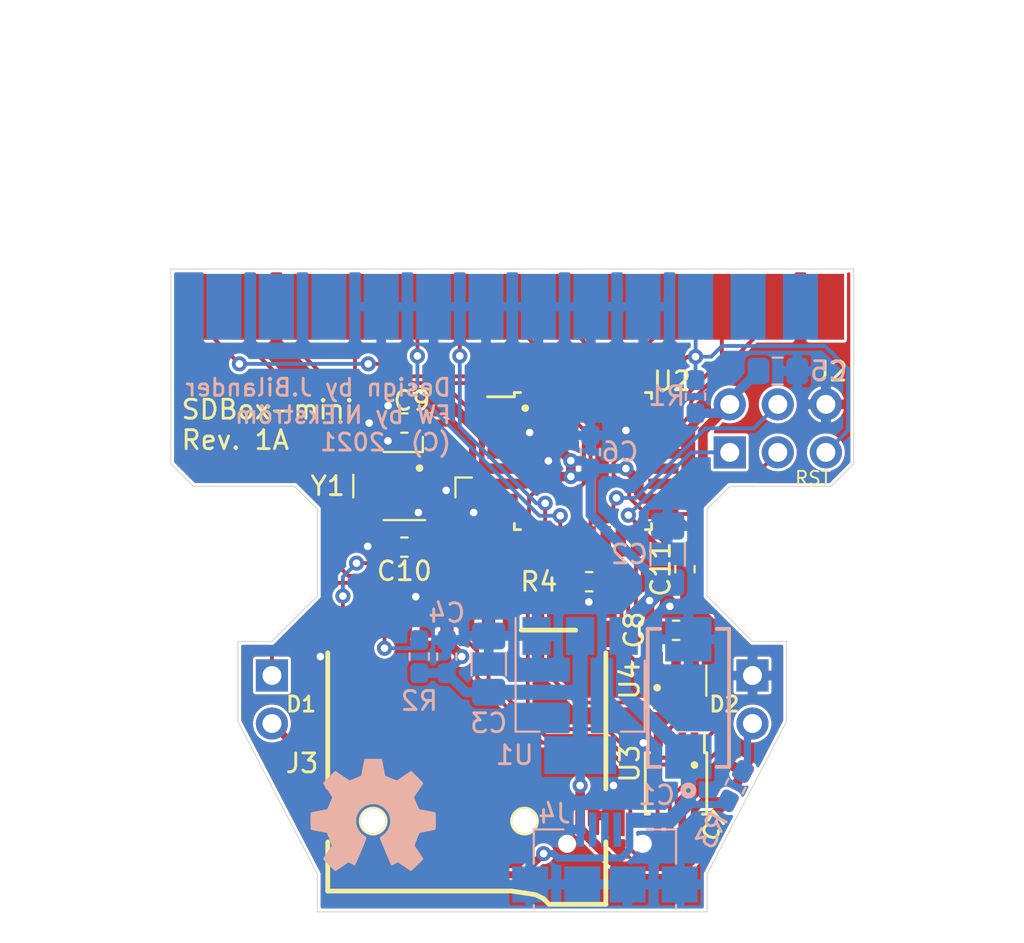
<source format=kicad_pcb>
(kicad_pcb (version 20171130) (host pcbnew "(5.1.6-0)")
  (layers (0 F.Cu signal) (31 B.Cu signal) (34 B.Paste user) (35 F.Paste user) (36 B.SilkS user) (37 F.SilkS user) (38 B.Mask user) (39 F.Mask user) (44 Edge.Cuts user))
  (net 0 "")
  (net 1 GND)
  (net 2 VCC)
  (net 3 RESET)
  (net 4 SELECT)
  (net 5 POUT)
  (net 6 BUSY)
  (net 7 D7)
  (net 8 D6)
  (net 9 D5)
  (net 10 D4)
  (net 11 D3)
  (net 12 D2)
  (net 13 D1)
  (net 14 D0)
  (net 15 /AREF)
  (net 16 /XTAL1)
  (net 17 /XTAL2)
  (net 18 SCK)
  (net 19 MISO)
  (net 20 MOSI)
  (net 21 3V3)
  (net 22 MOSI_3V3)
  (net 23 SCK_3V3)
  (net 24 MISO_3V3)
  (net 25 CS)
  (net 26 ACK)
  (net 27 SS)
  (net 28 CP)
  (net 29 "Net-(D2-Pad2)")
  (net 30 "Net-(J1-Pad25)")
  (net 31 "Net-(J1-Pad24)")
  (net 32 "Net-(J1-Pad23)")
  (net 33 "Net-(J1-Pad15)")
  (net 34 "Net-(J1-Pad14)")
  (net 35 "Net-(J1-Pad1)")
  (net 36 "Net-(J3-Pad8)")
  (net 37 "Net-(J3-Pad1)")
  (net 38 "Net-(J4-Pad4)")
  (net 39 "Net-(J4-Pad3)")
  (net 40 "Net-(J4-Pad2)")
  (net 41 "Net-(U4-Pad4)")
  (net 42 "Net-(D1-Pad1)")
  (net 43 "Net-(U2-Pad31)")
  (net 44 "Net-(U2-Pad30)")
  (net 45 "Net-(U2-Pad22)")
  (net 46 "Net-(U2-Pad19)")
  (net 47 "Net-(U2-Pad12)")
  (module Capacitor_SMD:C_0805_2012Metric_Pad1.15x1.40mm_HandSolder (layer B.Cu) (at 120.54 55.4 180)
    (fp_text reference C5 (at -2.69 0) (layer B.SilkS) (effects (justify mirror)))
    (fp_text value 1-10uF hide)
    (pad 2 smd roundrect (at 1.025 0 180) (size 1.15 1.4) (layers B.Cu B.Paste B.Mask) (roundrect_rratio 0.217391) (net 2 VCC))
    (pad 1 smd roundrect (at -1.025 0 180) (size 1.15 1.4) (layers B.Cu B.Paste B.Mask) (roundrect_rratio 0.217391) (net 1 GND))
  )
  (module Package_SO:TSSOP-8_3x3mm_P0.65mm (layer F.Cu) (at 115.16 77.21 270)
    (fp_text reference U3 (at -1.05 2.45 90) (layer F.SilkS))
    (fp_text value 74LVC3G17 hide)
    (pad 8 smd rect (at 2.15 -0.975 270) (size 1.1 0.4) (layers F.Cu F.Paste F.Mask) (net 21 3V3))
    (pad 7 smd rect (at 2.15 -0.325 270) (size 1.1 0.4) (layers F.Cu F.Paste F.Mask) (net 22 MOSI_3V3))
    (pad 6 smd rect (at 2.15 0.325 270) (size 1.1 0.4) (layers F.Cu F.Paste F.Mask) (net 18 SCK))
    (pad 5 smd rect (at 2.15 0.975 270) (size 1.1 0.4) (layers F.Cu F.Paste F.Mask) (net 25 CS))
    (pad 4 smd rect (at -2.15 0.975 270) (size 1.1 0.4) (layers F.Cu F.Paste F.Mask) (net 1 GND))
    (pad 3 smd rect (at -2.15 0.325 270) (size 1.1 0.4) (layers F.Cu F.Paste F.Mask) (net 27 SS))
    (pad 2 smd rect (at -2.15 -0.325 270) (size 1.1 0.4) (layers F.Cu F.Paste F.Mask) (net 23 SCK_3V3))
    (pad 1 smd rect (at -2.15 -0.975 270) (size 1.1 0.4) (layers F.Cu F.Paste F.Mask) (net 20 MOSI))
  )
  (module SDBox-mini:CAPMP7343X430N (layer B.Cu) (at 115.8106 72.6834 90)
    (fp_text reference C1 (at -5.1466 -1.6806 180) (layer B.SilkS) (effects (justify mirror)))
    (fp_text value T491D227K010AT hide)
    (pad 1 smd rect (at -3.1 0 90) (size 2.35 2.45) (layers B.Cu B.Paste B.Mask) (net 2 VCC))
    (pad 2 smd rect (at 3.1 0 90) (size 2.35 2.45) (layers B.Cu B.Paste B.Mask) (net 1 GND))
  )
  (module Connector_PinHeader_2.54mm:PinHeader_2x03_P2.54mm_Vertical (layer F.Cu) (at 118 59.7 90)
    (fp_text reference J2 (at 4.28 5.37) (layer F.SilkS))
    (fp_text value Conn_02x03_Odd_Even hide)
    (pad 6 thru_hole oval (at 2.54 5.08 90) (size 1.7 1.7) (drill 1) (layers *.Cu *.Mask) (net 1 GND))
    (pad 5 thru_hole oval (at 0 5.08 90) (size 1.7 1.7) (drill 1) (layers *.Cu *.Mask) (net 3 RESET))
    (pad 4 thru_hole oval (at 2.54 2.54 90) (size 1.7 1.7) (drill 1) (layers *.Cu *.Mask) (net 20 MOSI))
    (pad 3 thru_hole oval (at 0 2.54 90) (size 1.7 1.7) (drill 1) (layers *.Cu *.Mask) (net 18 SCK))
    (pad 2 thru_hole oval (at 2.54 0 90) (size 1.7 1.7) (drill 1) (layers *.Cu *.Mask) (net 2 VCC))
    (pad 1 thru_hole rect (at 0 0 90) (size 1.7 1.7) (drill 1) (layers *.Cu *.Mask) (net 19 MISO))
  )
  (module SDBox-mini:Crystal_EuroQuartz_SMD_4Pin_5.0x3.2mm (layer F.Cu) (at 100.8 61.48 180)
    (fp_text reference Y1 (at 4.05 0) (layer F.SilkS))
    (fp_text value Crystal_GND24_Small hide)
    (pad 1 smd rect (at -2.2 1.4 180) (size 1.9 1.3) (layers F.Cu F.Paste F.Mask) (net 16 /XTAL1))
    (pad 2 smd rect (at 2.2 1.4 180) (size 1.9 1.3) (layers F.Cu F.Paste F.Mask) (net 1 GND))
    (pad 3 smd rect (at 2.2 -1.4 180) (size 1.9 1.3) (layers F.Cu F.Paste F.Mask) (net 17 /XTAL2))
    (pad 4 smd rect (at -2.2 -1.4 180) (size 1.9 1.3) (layers F.Cu F.Paste F.Mask) (net 1 GND))
  )
  (module Symbol:OSHW-Symbol_6.7x6mm_SilkScreen (layer B.Cu) (at 99.16 78.89 180)
    (fp_text reference REF** hide)
    (fp_text value OSHW-Symbol_6.7x6mm_SilkScreen hide)
  )
  (module SDBox-mini:USB_Micro-B_Unknown_5s_SMT (layer B.Cu) (at 111.4 80.25 180)
    (fp_text reference J4 (at 2.67 1.45) (layer B.SilkS) (effects (justify mirror)))
    (fp_text value USB_B_Micro hide)
    (pad 6 smd rect (at -1.2 -2.3 180) (size 1.9 1.9) (layers B.Cu B.Paste B.Mask) (net 1 GND))
    (pad 6 smd rect (at 1.2 -2.3 180) (size 1.9 1.9) (layers B.Cu B.Paste B.Mask) (net 1 GND))
    (pad 6 smd rect (at 3.95 -2.3 180) (size 1.9 1.9) (layers B.Cu B.Paste B.Mask) (net 1 GND))
    (pad 6 smd rect (at -3.95 -2.3 180) (size 1.9 1.9) (layers B.Cu B.Paste B.Mask) (net 1 GND))
    (pad "" np_thru_hole circle (at 2 -0.15 180) (size 0.65 0.65) (drill 0.65) (layers *.Cu *.Mask))
    (pad "" np_thru_hole circle (at -2 -0.15 180) (size 0.65 0.65) (drill 0.65) (layers *.Cu *.Mask))
    (pad 5 smd rect (at 1.3 0.6 180) (size 0.4 1.8) (layers B.Cu B.Paste B.Mask) (net 1 GND))
    (pad 4 smd rect (at 0.65 0.6 180) (size 0.4 1.8) (layers B.Cu B.Paste B.Mask) (net 38 "Net-(J4-Pad4)"))
    (pad 3 smd rect (at 0 0.6 180) (size 0.4 1.8) (layers B.Cu B.Paste B.Mask) (net 39 "Net-(J4-Pad3)"))
    (pad 1 smd rect (at -1.3 0.6 180) (size 0.4 1.8) (layers B.Cu B.Paste B.Mask) (net 2 VCC))
    (pad 2 smd rect (at -0.65 0.6 180) (size 0.4 1.8) (layers B.Cu B.Paste B.Mask) (net 40 "Net-(J4-Pad2)"))
  )
  (module SDBox-mini:GCT-MEM2055-00-190-01-A (layer F.Cu) (at 104.1 67.9 180)
    (fp_text reference J3 (at 8.71 -8.24 180) (layer F.SilkS))
    (fp_text value Micro_SD_Card)
    (pad "" np_thru_hole circle (at -3.05 -11.3) (size 1 1) (drill 1) (layers *.Cu *.Mask))
    (pad "" np_thru_hole circle (at 4.95 -11.3) (size 1 1) (drill 1) (layers *.Cu *.Mask))
    (pad 9 smd rect (at 6.55 -0.8 180) (size 0.7 1.6) (layers F.Cu F.Paste F.Mask) (net 28 CP))
    (pad 10 smd rect (at 7.75 -10.9) (size 1.2 2.2) (layers F.Cu F.Paste F.Mask) (net 1 GND))
    (pad 10 smd rect (at -7.75 -11) (size 1.2 2.2) (layers F.Cu F.Paste F.Mask) (net 1 GND))
    (pad 10 smd rect (at -6.85 -1.4 180) (size 1.6 1.4) (layers F.Cu F.Paste F.Mask) (net 1 GND))
    (pad 10 smd rect (at 7.75 -1.4 180) (size 1.2 1.4) (layers F.Cu F.Paste F.Mask) (net 1 GND))
    (pad 1 smd rect (at -2.25 -0.8 180) (size 0.7 1.6) (layers F.Cu F.Paste F.Mask) (net 37 "Net-(J3-Pad1)"))
    (pad 2 smd rect (at -1.15 -0.8 180) (size 0.7 1.6) (layers F.Cu F.Paste F.Mask) (net 25 CS))
    (pad 3 smd rect (at -0.05 -0.8 180) (size 0.7 1.6) (layers F.Cu F.Paste F.Mask) (net 22 MOSI_3V3))
    (pad 4 smd rect (at 1.05 -0.8 180) (size 0.7 1.6) (layers F.Cu F.Paste F.Mask) (net 21 3V3))
    (pad 5 smd rect (at 2.15 -0.8 180) (size 0.7 1.6) (layers F.Cu F.Paste F.Mask) (net 23 SCK_3V3))
    (pad 6 smd rect (at 3.25 -0.8 180) (size 0.7 1.6) (layers F.Cu F.Paste F.Mask) (net 1 GND))
    (pad 7 smd rect (at 4.35 -0.8 180) (size 0.7 1.6) (layers F.Cu F.Paste F.Mask) (net 24 MISO_3V3))
    (pad 8 smd rect (at 5.45 -0.8 180) (size 0.7 1.6) (layers F.Cu F.Paste F.Mask) (net 36 "Net-(J3-Pad8)"))
  )
  (module Package_QFP:TQFP-32_7x7mm_P0.8mm (layer F.Cu) (at 110.24 60.16)
    (fp_text reference U2 (at 4.7 -4.23) (layer F.SilkS))
    (fp_text value ATmega328P-AU hide)
    (pad 32 smd rect (at -2.8 -4.25 90) (size 1.6 0.55) (layers F.Cu F.Paste F.Mask) (net 4 SELECT))
    (pad 31 smd rect (at -2 -4.25 90) (size 1.6 0.55) (layers F.Cu F.Paste F.Mask) (net 43 "Net-(U2-Pad31)"))
    (pad 30 smd rect (at -1.2 -4.25 90) (size 1.6 0.55) (layers F.Cu F.Paste F.Mask) (net 44 "Net-(U2-Pad30)"))
    (pad 29 smd rect (at -0.4 -4.25 90) (size 1.6 0.55) (layers F.Cu F.Paste F.Mask) (net 3 RESET))
    (pad 28 smd rect (at 0.4 -4.25 90) (size 1.6 0.55) (layers F.Cu F.Paste F.Mask) (net 9 D5))
    (pad 27 smd rect (at 1.2 -4.25 90) (size 1.6 0.55) (layers F.Cu F.Paste F.Mask) (net 10 D4))
    (pad 26 smd rect (at 2 -4.25 90) (size 1.6 0.55) (layers F.Cu F.Paste F.Mask) (net 11 D3))
    (pad 25 smd rect (at 2.8 -4.25 90) (size 1.6 0.55) (layers F.Cu F.Paste F.Mask) (net 12 D2))
    (pad 24 smd rect (at 4.25 -2.8) (size 1.6 0.55) (layers F.Cu F.Paste F.Mask) (net 13 D1))
    (pad 23 smd rect (at 4.25 -2) (size 1.6 0.55) (layers F.Cu F.Paste F.Mask) (net 14 D0))
    (pad 22 smd rect (at 4.25 -1.2) (size 1.6 0.55) (layers F.Cu F.Paste F.Mask) (net 45 "Net-(U2-Pad22)"))
    (pad 21 smd rect (at 4.25 -0.4) (size 1.6 0.55) (layers F.Cu F.Paste F.Mask) (net 1 GND))
    (pad 20 smd rect (at 4.25 0.4) (size 1.6 0.55) (layers F.Cu F.Paste F.Mask) (net 15 /AREF))
    (pad 19 smd rect (at 4.25 1.2) (size 1.6 0.55) (layers F.Cu F.Paste F.Mask) (net 46 "Net-(U2-Pad19)"))
    (pad 18 smd rect (at 4.25 2) (size 1.6 0.55) (layers F.Cu F.Paste F.Mask) (net 2 VCC))
    (pad 17 smd rect (at 4.25 2.8) (size 1.6 0.55) (layers F.Cu F.Paste F.Mask) (net 18 SCK))
    (pad 16 smd rect (at 2.8 4.25 90) (size 1.6 0.55) (layers F.Cu F.Paste F.Mask) (net 19 MISO))
    (pad 15 smd rect (at 2 4.25 90) (size 1.6 0.55) (layers F.Cu F.Paste F.Mask) (net 20 MOSI))
    (pad 14 smd rect (at 1.2 4.25 90) (size 1.6 0.55) (layers F.Cu F.Paste F.Mask) (net 27 SS))
    (pad 13 smd rect (at 0.4 4.25 90) (size 1.6 0.55) (layers F.Cu F.Paste F.Mask) (net 26 ACK))
    (pad 12 smd rect (at -0.4 4.25 90) (size 1.6 0.55) (layers F.Cu F.Paste F.Mask) (net 47 "Net-(U2-Pad12)"))
    (pad 11 smd rect (at -1.2 4.25 90) (size 1.6 0.55) (layers F.Cu F.Paste F.Mask) (net 7 D7))
    (pad 10 smd rect (at -2 4.25 90) (size 1.6 0.55) (layers F.Cu F.Paste F.Mask) (net 8 D6))
    (pad 9 smd rect (at -2.8 4.25 90) (size 1.6 0.55) (layers F.Cu F.Paste F.Mask) (net 5 POUT))
    (pad 8 smd rect (at -4.25 2.8) (size 1.6 0.55) (layers F.Cu F.Paste F.Mask) (net 17 /XTAL2))
    (pad 7 smd rect (at -4.25 2) (size 1.6 0.55) (layers F.Cu F.Paste F.Mask) (net 16 /XTAL1))
    (pad 6 smd rect (at -4.25 1.2) (size 1.6 0.55) (layers F.Cu F.Paste F.Mask) (net 2 VCC))
    (pad 5 smd rect (at -4.25 0.4) (size 1.6 0.55) (layers F.Cu F.Paste F.Mask) (net 1 GND))
    (pad 4 smd rect (at -4.25 -0.4) (size 1.6 0.55) (layers F.Cu F.Paste F.Mask) (net 2 VCC))
    (pad 3 smd rect (at -4.25 -1.2) (size 1.6 0.55) (layers F.Cu F.Paste F.Mask) (net 1 GND))
    (pad 2 smd rect (at -4.25 -2) (size 1.6 0.55) (layers F.Cu F.Paste F.Mask) (net 6 BUSY))
    (pad 1 smd rect (at -4.25 -2.8) (size 1.6 0.55) (layers F.Cu F.Paste F.Mask) (net 28 CP))
  )
  (module Package_SO:TSOP-6_1.65x3.05mm_P0.95mm (layer F.Cu) (at 115.16 71.77 90)
    (fp_text reference U4 (at 0 -2.45 90) (layer F.SilkS))
    (fp_text value 74HCT2G17 hide)
    (pad 6 smd rect (at 1.16 -0.95 90) (size 0.7 0.51) (layers F.Cu F.Paste F.Mask) (net 19 MISO))
    (pad 5 smd rect (at 1.16 0 90) (size 0.7 0.51) (layers F.Cu F.Paste F.Mask) (net 2 VCC))
    (pad 4 smd rect (at 1.16 0.95 90) (size 0.7 0.51) (layers F.Cu F.Paste F.Mask) (net 41 "Net-(U4-Pad4)"))
    (pad 3 smd rect (at -1.16 0.95 90) (size 0.7 0.51) (layers F.Cu F.Paste F.Mask) (net 1 GND))
    (pad 2 smd rect (at -1.16 0 90) (size 0.7 0.51) (layers F.Cu F.Paste F.Mask) (net 1 GND))
    (pad 1 smd rect (at -1.16 -0.95 90) (size 0.7 0.51) (layers F.Cu F.Paste F.Mask) (net 24 MISO_3V3))
  )
  (module Capacitor_SMD:C_0603_1608Metric_Pad1.05x0.95mm_HandSolder (layer F.Cu) (at 118.3 77.35 62.5)
    (fp_text reference C7 (at -2.379516 -0.001422 62.5) (layer F.SilkS) (effects (font (size 0.8 0.8))))
    (fp_text value 0.1uF hide)
    (pad 2 smd roundrect (at 0.875 0 62.5) (size 1.05 0.95) (layers F.Cu F.Paste F.Mask) (net 1 GND))
    (pad 1 smd roundrect (at -0.875 0 62.5) (size 1.05 0.95) (layers F.Cu F.Paste F.Mask) (net 21 3V3))
  )
  (module Connector_PinHeader_2.54mm:PinHeader_1x02_P2.54mm_Vertical (layer F.Cu) (at 93.8 71.5)
    (fp_text reference D1 (at 1.54 1.52) (layer F.SilkS) (effects (font (size 0.8 0.8))))
    (fp_text value "Activity LED" hide)
    (pad 1 thru_hole rect (at 0 0) (size 1.7 1.7) (drill 1) (layers *.Cu *.Mask) (net 42 "Net-(D1-Pad1)"))
    (pad 2 thru_hole oval (at 0 2.54) (size 1.7 1.7) (drill 1) (layers *.Cu *.Mask) (net 2 VCC))
  )
  (module Resistor_SMD:R_0603_1608Metric_Pad1.05x0.95mm_HandSolder (layer F.Cu) (at 110.57 66.54 180)
    (fp_text reference R4 (at 2.66 0 180) (layer F.SilkS))
    (fp_text value 150 hide)
    (pad 1 smd roundrect (at -0.875 0 180) (size 1.05 0.95) (layers F.Cu F.Paste F.Mask) (net 27 SS))
    (pad 2 smd roundrect (at 0.875 0 180) (size 1.05 0.95) (layers F.Cu F.Paste F.Mask) (net 42 "Net-(D1-Pad1)"))
  )
  (module Connector_PinHeader_2.54mm:PinHeader_1x02_P2.54mm_Vertical (layer F.Cu) (at 119.2 71.5)
    (fp_text reference D2 (at -1.49 1.52) (layer F.SilkS) (effects (font (size 0.8 0.8))))
    (fp_text value "Power LED" hide)
    (pad 2 thru_hole oval (at 0 2.54) (size 1.7 1.7) (drill 1) (layers *.Cu *.Mask) (net 29 "Net-(D2-Pad2)"))
    (pad 1 thru_hole rect (at 0 0) (size 1.7 1.7) (drill 1) (layers *.Cu *.Mask) (net 1 GND))
  )
  (module Resistor_SMD:R_0603_1608Metric_Pad1.05x0.95mm_HandSolder (layer B.Cu) (at 118.2998 77.3558 242.5)
    (fp_text reference R3 (at 2.638319 0.013032 62.5) (layer B.SilkS) (effects (justify mirror)))
    (fp_text value 150 hide)
    (pad 2 smd roundrect (at 0.875 0 242.5) (size 1.05 0.95) (layers B.Cu B.Paste B.Mask) (net 2 VCC))
    (pad 1 smd roundrect (at -0.875 0 242.5) (size 1.05 0.95) (layers B.Cu B.Paste B.Mask) (net 29 "Net-(D2-Pad2)"))
  )
  (module Capacitor_SMD:C_0603_1608Metric_Pad1.05x0.95mm_HandSolder (layer F.Cu) (at 115.16 69.11)
    (fp_text reference C8 (at -2.22 -0.01 270) (layer F.SilkS))
    (fp_text value 0.1uF hide)
    (pad 2 smd roundrect (at 0.875 0) (size 1.05 0.95) (layers F.Cu F.Paste F.Mask) (net 1 GND))
    (pad 1 smd roundrect (at -0.875 0) (size 1.05 0.95) (layers F.Cu F.Paste F.Mask) (net 2 VCC))
  )
  (module Capacitor_SMD:C_0603_1608Metric_Pad1.05x0.95mm_HandSolder (layer B.Cu) (at 103.04 70.5 270)
    (fp_text reference C4 (at -2.31 0 180) (layer B.SilkS) (effects (justify mirror)))
    (fp_text value 0.1uF hide)
    (pad 2 smd roundrect (at 0.875 0 270) (size 1.05 0.95) (layers B.Cu B.Paste B.Mask) (net 21 3V3))
    (pad 1 smd roundrect (at -0.875 0 270) (size 1.05 0.95) (layers B.Cu B.Paste B.Mask) (net 1 GND))
  )
  (module Capacitor_SMD:C_1206_3216Metric_Pad1.42x1.75mm_HandSolder (layer B.Cu) (at 105.26 70.8975 90)
    (fp_text reference C3 (at -3.1225 0 180) (layer B.SilkS) (effects (justify mirror)))
    (fp_text value 10uF hide)
    (pad 2 smd roundrect (at 1.4875 0 90) (size 1.425 1.75) (layers B.Cu B.Paste B.Mask) (roundrect_rratio 0.175439) (net 1 GND))
    (pad 1 smd roundrect (at -1.4875 0 90) (size 1.425 1.75) (layers B.Cu B.Paste B.Mask) (roundrect_rratio 0.175439) (net 21 3V3))
  )
  (module Capacitor_SMD:C_1206_3216Metric_Pad1.42x1.75mm_HandSolder (layer B.Cu) (at 114.72 65.0876 90)
    (fp_text reference C2 (at -0.0024 -2.03 180) (layer B.SilkS) (effects (justify mirror)))
    (fp_text value 10uF hide)
    (pad 2 smd roundrect (at 1.4875 0 90) (size 1.425 1.75) (layers B.Cu B.Paste B.Mask) (roundrect_rratio 0.175439) (net 1 GND))
    (pad 1 smd roundrect (at -1.4875 0 90) (size 1.425 1.75) (layers B.Cu B.Paste B.Mask) (roundrect_rratio 0.175439) (net 2 VCC))
  )
  (module Package_TO_SOT_SMD:SOT-223 (layer B.Cu) (at 110.09 72.56 270)
    (fp_text reference U1 (at 3.15 3.46) (layer B.SilkS) (effects (justify mirror)))
    (fp_text value LM1117-3.3 hide)
    (pad 1 smd rect (at -3.15 2.3 270) (size 2 1.5) (layers B.Cu B.Paste B.Mask) (net 1 GND))
    (pad 3 smd rect (at -3.15 -2.3 270) (size 2 1.5) (layers B.Cu B.Paste B.Mask) (net 2 VCC))
    (pad 2 smd rect (at -3.15 0 270) (size 2 1.5) (layers B.Cu B.Paste B.Mask) (net 21 3V3))
    (pad 4 smd rect (at 3.15 0 270) (size 2 3.8) (layers B.Cu B.Paste B.Mask) (net 21 3V3))
  )
  (module Resistor_SMD:R_0603_1608Metric_Pad1.05x0.95mm_HandSolder (layer B.Cu) (at 101.5866 70.4978 270)
    (fp_text reference R2 (at 2.3422 -0.0034 180) (layer B.SilkS) (effects (justify mirror)))
    (fp_text value 10k hide)
    (pad 2 smd roundrect (at 0.875 0 270) (size 1.05 0.95) (layers B.Cu B.Paste B.Mask) (net 21 3V3))
    (pad 1 smd roundrect (at -0.875 0 270) (size 1.05 0.95) (layers B.Cu B.Paste B.Mask) (net 24 MISO_3V3))
  )
  (module Capacitor_SMD:C_0603_1608Metric_Pad1.05x0.95mm_HandSolder (layer F.Cu) (at 100.8 64.71 180)
    (fp_text reference C10 (at 0 -1.27) (layer F.SilkS))
    (fp_text value 16pF hide)
    (pad 2 smd roundrect (at 0.875 0 180) (size 1.05 0.95) (layers F.Cu F.Paste F.Mask) (net 1 GND))
    (pad 1 smd roundrect (at -0.875 0 180) (size 1.05 0.95) (layers F.Cu F.Paste F.Mask) (net 17 /XTAL2))
  )
  (module Capacitor_SMD:C_0603_1608Metric_Pad1.05x0.95mm_HandSolder (layer F.Cu) (at 100.8 58.15 180)
    (fp_text reference C9 (at -0.4 1.18) (layer F.SilkS))
    (fp_text value 16pF hide)
    (pad 2 smd roundrect (at 0.875 0 180) (size 1.05 0.95) (layers F.Cu F.Paste F.Mask) (net 1 GND))
    (pad 1 smd roundrect (at -0.875 0 180) (size 1.05 0.95) (layers F.Cu F.Paste F.Mask) (net 16 /XTAL1))
  )
  (module Capacitor_SMD:C_0603_1608Metric_Pad1.05x0.95mm_HandSolder (layer B.Cu) (at 110.63 59.68 270)
    (fp_text reference C6 (at 0 -1.56) (layer B.SilkS) (effects (justify mirror)))
    (fp_text value 0.1uF hide)
    (pad 2 smd roundrect (at 0.875 0 270) (size 1.05 0.95) (layers B.Cu B.Paste B.Mask) (net 2 VCC))
    (pad 1 smd roundrect (at -0.875 0 270) (size 1.05 0.95) (layers B.Cu B.Paste B.Mask) (net 1 GND))
  )
  (module Resistor_SMD:R_0603_1608Metric_Pad1.05x0.95mm_HandSolder (layer B.Cu) (at 116.19 56.75 270)
    (fp_text reference R1 (at -0.03 1.52 180) (layer B.SilkS) (effects (justify mirror)))
    (fp_text value 10k hide)
    (pad 2 smd roundrect (at 0.875 0 270) (size 1.05 0.95) (layers B.Cu B.Paste B.Mask) (net 2 VCC))
    (pad 1 smd roundrect (at -0.875 0 270) (size 1.05 0.95) (layers B.Cu B.Paste B.Mask) (net 3 RESET))
  )
  (module Capacitor_SMD:C_0603_1608Metric_Pad1.05x0.95mm_HandSolder (layer F.Cu) (at 115.63 65.88 90)
    (fp_text reference C11 (at 0 -1.28 90) (layer F.SilkS))
    (fp_text value 0.1uF hide)
    (pad 1 smd roundrect (at -0.875 0 90) (size 1.05 0.95) (layers F.Cu F.Paste F.Mask) (net 1 GND))
    (pad 2 smd roundrect (at 0.875 0 90) (size 1.05 0.95) (layers F.Cu F.Paste F.Mask) (net 15 /AREF))
  )
  (module Connector_Dsub:DSUB-25_Male_EdgeMount_P2.77mm (layer F.Cu) (at 106.5 52 180)
    (fp_text reference J1 hide)
    (fp_text value DB25_Male hide)
    (pad 25 smd rect (at 15.235 0 180) (size 1.846667 3.48) (layers B.Cu B.Paste B.Mask) (net 30 "Net-(J1-Pad25)"))
    (pad 24 smd rect (at 12.465 0 180) (size 1.846667 3.48) (layers B.Cu B.Paste B.Mask) (net 31 "Net-(J1-Pad24)"))
    (pad 23 smd rect (at 9.695 0 180) (size 1.846667 3.48) (layers B.Cu B.Paste B.Mask) (net 32 "Net-(J1-Pad23)"))
    (pad 22 smd rect (at 6.925 0 180) (size 1.846667 3.48) (layers B.Cu B.Paste B.Mask) (net 1 GND))
    (pad 21 smd rect (at 4.155 0 180) (size 1.846667 3.48) (layers B.Cu B.Paste B.Mask) (net 1 GND))
    (pad 20 smd rect (at 1.385 0 180) (size 1.846667 3.48) (layers B.Cu B.Paste B.Mask) (net 1 GND))
    (pad 19 smd rect (at -1.385 0 180) (size 1.846667 3.48) (layers B.Cu B.Paste B.Mask) (net 1 GND))
    (pad 18 smd rect (at -4.155 0 180) (size 1.846667 3.48) (layers B.Cu B.Paste B.Mask) (net 1 GND))
    (pad 17 smd rect (at -6.925 0 180) (size 1.846667 3.48) (layers B.Cu B.Paste B.Mask) (net 1 GND))
    (pad 16 smd rect (at -9.695 0 180) (size 1.846667 3.48) (layers B.Cu B.Paste B.Mask) (net 3 RESET))
    (pad 15 smd rect (at -12.465 0 180) (size 1.846667 3.48) (layers B.Cu B.Paste B.Mask) (net 33 "Net-(J1-Pad15)"))
    (pad 14 smd rect (at -15.235 0 180) (size 1.846667 3.48) (layers B.Cu B.Paste B.Mask) (net 34 "Net-(J1-Pad14)"))
    (pad 13 smd rect (at 16.62 0 180) (size 1.846667 3.48) (layers F.Cu F.Paste F.Mask) (net 4 SELECT))
    (pad 12 smd rect (at 13.85 0 180) (size 1.846667 3.48) (layers F.Cu F.Paste F.Mask) (net 5 POUT))
    (pad 11 smd rect (at 11.08 0 180) (size 1.846667 3.48) (layers F.Cu F.Paste F.Mask) (net 6 BUSY))
    (pad 10 smd rect (at 8.31 0 180) (size 1.846667 3.48) (layers F.Cu F.Paste F.Mask) (net 26 ACK))
    (pad 9 smd rect (at 5.54 0 180) (size 1.846667 3.48) (layers F.Cu F.Paste F.Mask) (net 7 D7))
    (pad 8 smd rect (at 2.77 0 180) (size 1.846667 3.48) (layers F.Cu F.Paste F.Mask) (net 8 D6))
    (pad 7 smd rect (at 0 0 180) (size 1.846667 3.48) (layers F.Cu F.Paste F.Mask) (net 9 D5))
    (pad 6 smd rect (at -2.77 0 180) (size 1.846667 3.48) (layers F.Cu F.Paste F.Mask) (net 10 D4))
    (pad 5 smd rect (at -5.54 0 180) (size 1.846667 3.48) (layers F.Cu F.Paste F.Mask) (net 11 D3))
    (pad 4 smd rect (at -8.31 0 180) (size 1.846667 3.48) (layers F.Cu F.Paste F.Mask) (net 12 D2))
    (pad 3 smd rect (at -11.08 0 180) (size 1.846667 3.48) (layers F.Cu F.Paste F.Mask) (net 13 D1))
    (pad 2 smd rect (at -13.85 0 180) (size 1.846667 3.48) (layers F.Cu F.Paste F.Mask) (net 14 D0))
    (pad 1 smd rect (at -16.62 0 180) (size 1.846667 3.48) (layers F.Cu F.Paste F.Mask) (net 35 "Net-(J1-Pad1)"))
  )
  (gr_text RST (at 122.4 61.06) (layer F.SilkS) (effects (font (size 0.7 0.7) (thickness 0.1))))
  (gr_text "Design by J.Bilander\nFW by N.Ekström\n(C)  2021" (at 103.35 57.72) (layer B.SilkS) (effects (font (size 0.9 0.9)) (justify left mirror)))
  (gr_text "SDBox-mini\nRev. 1A" (at 88.93 58.24) (layer F.SilkS) (effects (font (size 1 1)) (justify left)))
  (gr_line (start 92 73.93) (end 92 69.7) (layer Edge.Cuts) (width 0.05))
  (gr_line (start 121 73.93) (end 121 69.7) (layer Edge.Cuts) (width 0.05))
  (gr_line (start 92 69.7) (end 93.8 69.7) (layer Edge.Cuts) (width 0.05))
  (gr_line (start 116.8 82) (end 116.8 84) (layer Edge.Cuts) (width 0.05))
  (gr_line (start 121 73.93) (end 116.8 82) (layer Edge.Cuts) (width 0.05))
  (gr_line (start 96.2 82) (end 96.2 84) (layer Edge.Cuts) (width 0.05))
  (gr_line (start 92 73.93) (end 96.2 82) (layer Edge.Cuts) (width 0.05))
  (gr_line (start 88.45 60.3) (end 89.65 61.5) (layer Edge.Cuts) (width 0.05))
  (gr_line (start 124.55 60.3) (end 123.35 61.5) (layer Edge.Cuts) (width 0.05))
  (gr_line (start 119.2 69.7) (end 121 69.7) (layer Edge.Cuts) (width 0.05))
  (gr_line (start 116.8 67.3) (end 119.2 69.7) (layer Edge.Cuts) (width 0.05))
  (gr_line (start 96.2 67.3) (end 93.8 69.7) (layer Edge.Cuts) (width 0.05))
  (gr_line (start 118 61.5) (end 116.8 62.7) (layer Edge.Cuts) (width 0.05))
  (gr_line (start 95 61.5) (end 96.2 62.7) (layer Edge.Cuts) (width 0.05))
  (gr_line (start 116.8 84) (end 96.2 84) (layer Edge.Cuts) (width 0.05))
  (gr_line (start 116.8 62.7) (end 116.8 67.3) (layer Edge.Cuts) (width 0.05))
  (gr_line (start 123.35 61.5) (end 118 61.5) (layer Edge.Cuts) (width 0.05))
  (gr_line (start 96.2 62.7) (end 96.2 67.3) (layer Edge.Cuts) (width 0.05))
  (gr_line (start 89.65 61.5) (end 95 61.5) (layer Edge.Cuts) (width 0.05))
  (gr_line (start 88.45 50) (end 88.45 60.3) (layer Edge.Cuts) (width 0.05))
  (gr_line (start 124.55 50) (end 124.55 60.3) (layer Edge.Cuts) (width 0.05))
  (gr_line (start 88.45 50) (end 124.55 50) (layer Edge.Cuts) (width 0.05))
  (via (at 107.42 58.65) (size 0.8) (drill 0.4) (layers F.Cu B.Cu) (net 1))
  (via (at 110.55 67.61) (size 0.8) (drill 0.4) (layers F.Cu B.Cu) (net 1))
  (via (at 113.43 75.06) (size 0.8) (drill 0.4) (layers F.Cu B.Cu) (net 1))
  (via (at 114.83 67.84) (size 0.8) (drill 0.4) (layers F.Cu B.Cu) (net 1))
  (via (at 104.46 62.88) (size 0.8) (drill 0.4) (layers F.Cu B.Cu) (net 1))
  (via (at 99.94 57.23) (size 0.8) (drill 0.4) (layers F.Cu B.Cu) (net 1))
  (via (at 99.93 59.09) (size 0.8) (drill 0.4) (layers F.Cu B.Cu) (net 1))
  (via (at 98.86 64.67) (size 0.8) (drill 0.4) (layers F.Cu B.Cu) (net 1))
  (via (at 103.01 61.71) (size 0.8) (drill 0.4) (layers F.Cu B.Cu) (net 1))
  (via (at 101.54 62.88) (size 0.8) (drill 0.4) (layers F.Cu B.Cu) (net 1))
  (via (at 101.4 67.33) (size 0.8) (drill 0.4) (layers F.Cu B.Cu) (net 1))
  (via (at 96.36 70.5) (size 0.8) (drill 0.4) (layers F.Cu B.Cu) (net 1))
  (via (at 111.85 77.32) (size 0.8) (drill 0.4) (layers F.Cu B.Cu) (net 1))
  (via (at 112.51 58.54) (size 0.8) (drill 0.4) (layers F.Cu B.Cu) (net 1))
  (via (at 108.41 60.15) (size 0.8) (drill 0.4) (layers F.Cu B.Cu) (net 1))
  (via (at 98.94 58.15) (size 0.8) (drill 0.4) (layers F.Cu B.Cu) (net 1))
  (via (at 108.16 80.92) (size 0.8) (drill 0.4) (layers F.Cu B.Cu) (net 2))
  (via (at 112.51 60.55624) (size 0.8) (drill 0.4) (layers F.Cu B.Cu) (net 2))
  (segment (start 110.63 60.555) (end 112.50876 60.555) (width 0.508) (layer B.Cu) (net 2))
  (segment (start 112.7 69.72) (end 112.39 69.41) (width 0.381) (layer B.Cu) (net 2))
  (segment (start 112.39 72.4112) (end 112.39 69.41) (width 0.8) (layer B.Cu) (net 2))
  (segment (start 115.7622 75.7834) (end 112.39 72.4112) (width 0.8) (layer B.Cu) (net 2))
  (segment (start 115.8106 75.7834) (end 115.7622 75.7834) (width 0.8) (layer B.Cu) (net 2))
  (segment (start 114.8454 79.1592) (end 112.915 79.1592) (width 0.8) (layer B.Cu) (net 2))
  (segment (start 115.8106 78.194) (end 114.8454 79.1592) (width 0.8) (layer B.Cu) (net 2))
  (segment (start 115.8106 75.7834) (end 115.8106 78.194) (width 0.8) (layer B.Cu) (net 2))
  (segment (start 112.7 79.3742) (end 112.915 79.1592) (width 0.381) (layer B.Cu) (net 2))
  (segment (start 112.7 79.65) (end 112.7 79.3742) (width 0.381) (layer B.Cu) (net 2))
  (segment (start 115.8106 78.321) (end 115.8106 75.7834) (width 0.381) (layer B.Cu) (net 2))
  (segment (start 117.706704 78.321) (end 115.8106 78.321) (width 0.381) (layer B.Cu) (net 2))
  (segment (start 117.89577 78.131934) (end 117.706704 78.321) (width 0.381) (layer B.Cu) (net 2))
  (via (at 113.76 67.54) (size 0.8) (drill 0.4) (layers F.Cu B.Cu) (net 2))
  (segment (start 113.76 66.12) (end 110.63 62.99) (width 0.508) (layer B.Cu) (net 2))
  (segment (start 110.63 62.99) (end 110.63 60.555) (width 0.508) (layer B.Cu) (net 2))
  (segment (start 113.76 67.54) (end 113.76 66.12) (width 0.508) (layer B.Cu) (net 2))
  (via (at 109.6 60.98) (size 0.8) (drill 0.4) (layers F.Cu B.Cu) (net 2))
  (via (at 109.6 60.14) (size 0.8) (drill 0.4) (layers F.Cu B.Cu) (net 2))
  (segment (start 109.6 60.14) (end 109.6 60.98) (width 0.508) (layer F.Cu) (net 2))
  (segment (start 110.215 60.14) (end 110.63 60.555) (width 0.508) (layer B.Cu) (net 2))
  (segment (start 109.6 60.14) (end 110.215 60.14) (width 0.508) (layer B.Cu) (net 2))
  (segment (start 110.205 60.98) (end 110.63 60.555) (width 0.508) (layer B.Cu) (net 2))
  (segment (start 109.6 60.98) (end 110.205 60.98) (width 0.508) (layer B.Cu) (net 2))
  (segment (start 118 57.16) (end 116.58 58.58) (width 0.508) (layer F.Cu) (net 2))
  (segment (start 116.58 61.076522) (end 115.496522 62.16) (width 0.508) (layer F.Cu) (net 2))
  (segment (start 115.496522 62.16) (end 114.49 62.16) (width 0.508) (layer F.Cu) (net 2))
  (segment (start 116.58 58.58) (end 116.58 61.076522) (width 0.508) (layer F.Cu) (net 2))
  (segment (start 113.19 61.23624) (end 113.19 61.866522) (width 0.508) (layer F.Cu) (net 2))
  (segment (start 113.483478 62.16) (end 114.49 62.16) (width 0.508) (layer F.Cu) (net 2))
  (segment (start 113.19 61.866522) (end 113.483478 62.16) (width 0.508) (layer F.Cu) (net 2))
  (segment (start 112.51 60.55624) (end 113.19 61.23624) (width 0.508) (layer F.Cu) (net 2))
  (segment (start 107.59 59.76) (end 105.99 59.76) (width 0.508) (layer F.Cu) (net 2))
  (segment (start 108.006401 59.343599) (end 107.59 59.76) (width 0.508) (layer F.Cu) (net 2))
  (segment (start 108.797073 59.343599) (end 108.006401 59.343599) (width 0.508) (layer F.Cu) (net 2))
  (segment (start 109.593474 60.14) (end 108.797073 59.343599) (width 0.508) (layer F.Cu) (net 2))
  (segment (start 109.6 60.14) (end 109.593474 60.14) (width 0.508) (layer F.Cu) (net 2))
  (segment (start 107.61 60.98) (end 109.6 60.98) (width 0.508) (layer F.Cu) (net 2))
  (segment (start 107.23 61.36) (end 107.61 60.98) (width 0.508) (layer F.Cu) (net 2))
  (segment (start 105.99 61.36) (end 107.23 61.36) (width 0.508) (layer F.Cu) (net 2))
  (segment (start 112.39 68.9051) (end 114.72 66.5751) (width 0.8) (layer B.Cu) (net 2))
  (segment (start 112.39 69.41) (end 112.39 68.9051) (width 0.8) (layer B.Cu) (net 2))
  (segment (start 113.76 68.585) (end 114.285 69.11) (width 0.508) (layer F.Cu) (net 2))
  (segment (start 113.76 67.54) (end 113.76 68.585) (width 0.508) (layer F.Cu) (net 2))
  (segment (start 115.16 70.61) (end 115.16 69.985) (width 0.508) (layer F.Cu) (net 2))
  (segment (start 115.16 69.985) (end 114.285 69.11) (width 0.508) (layer F.Cu) (net 2))
  (segment (start 93.805 74.045) (end 93.8 74.04) (width 0.381) (layer B.Cu) (net 2))
  (segment (start 112.7 80.717222) (end 112.267222 81.15) (width 0.381) (layer B.Cu) (net 2))
  (segment (start 112.7 79.65) (end 112.7 80.717222) (width 0.381) (layer B.Cu) (net 2))
  (segment (start 108.16 80.92) (end 108.68 80.92) (width 0.381) (layer B.Cu) (net 2))
  (segment (start 108.91 81.15) (end 112.267222 81.15) (width 0.381) (layer B.Cu) (net 2))
  (segment (start 108.68 80.92) (end 108.91 81.15) (width 0.381) (layer B.Cu) (net 2))
  (segment (start 97.78 80.03) (end 99.79 82.04) (width 0.381) (layer F.Cu) (net 2))
  (segment (start 107.04 82.04) (end 108.16 80.92) (width 0.381) (layer F.Cu) (net 2))
  (segment (start 99.79 82.04) (end 107.04 82.04) (width 0.381) (layer F.Cu) (net 2))
  (segment (start 97.78 78.02) (end 97.78 80.03) (width 0.381) (layer F.Cu) (net 2))
  (segment (start 93.8 74.04) (end 97.78 78.02) (width 0.381) (layer F.Cu) (net 2))
  (segment (start 118 56.915) (end 119.515 55.4) (width 0.508) (layer B.Cu) (net 2))
  (segment (start 118 57.16) (end 118 56.915) (width 0.508) (layer B.Cu) (net 2))
  (segment (start 117.535 57.625) (end 118 57.16) (width 0.508) (layer B.Cu) (net 2))
  (segment (start 116.19 57.625) (end 117.535 57.625) (width 0.508) (layer B.Cu) (net 2))
  (via (at 116.19 54.64) (size 0.8) (drill 0.4) (layers F.Cu B.Cu) (net 3))
  (segment (start 109.84 55.91) (end 109.84 56.86656) (width 0.2032) (layer F.Cu) (net 3))
  (segment (start 109.84 56.86656) (end 110.23784 57.2644) (width 0.2032) (layer F.Cu) (net 3))
  (segment (start 110.23784 57.2644) (end 113.13598 57.2644) (width 0.2032) (layer F.Cu) (net 3))
  (segment (start 116.19414 52.00086) (end 116.195 52) (width 0.2032) (layer B.Cu) (net 3))
  (segment (start 113.13598 57.26402) (end 113.13598 57.2644) (width 0.2032) (layer F.Cu) (net 3))
  (segment (start 115.76 54.64) (end 113.13598 57.26402) (width 0.2032) (layer F.Cu) (net 3))
  (segment (start 124.25 58.53) (end 123.08 59.7) (width 0.2032) (layer B.Cu) (net 3))
  (segment (start 123.02 54.07) (end 124.25 55.3) (width 0.2032) (layer B.Cu) (net 3))
  (segment (start 117.59 54.07) (end 123.02 54.07) (width 0.2032) (layer B.Cu) (net 3))
  (segment (start 124.25 55.3) (end 124.25 58.53) (width 0.2032) (layer B.Cu) (net 3))
  (segment (start 117.02 54.64) (end 117.59 54.07) (width 0.2032) (layer B.Cu) (net 3))
  (segment (start 116.195 54.635) (end 116.19 54.64) (width 0.2032) (layer B.Cu) (net 3))
  (segment (start 116.195 52) (end 116.195 54.635) (width 0.2032) (layer B.Cu) (net 3))
  (segment (start 117.02 54.64) (end 116.19 54.64) (width 0.2032) (layer B.Cu) (net 3))
  (segment (start 116.19 54.64) (end 116.19 55.875) (width 0.2032) (layer B.Cu) (net 3))
  (segment (start 116.19 54.64) (end 115.76 54.64) (width 0.2032) (layer F.Cu) (net 3))
  (via (at 98.89 55.02) (size 0.8) (drill 0.4) (layers F.Cu B.Cu) (net 4))
  (via (at 92.08 55.02) (size 0.8) (drill 0.4) (layers F.Cu B.Cu) (net 4))
  (segment (start 89.88 52.82) (end 92.08 55.02) (width 0.2032) (layer F.Cu) (net 4))
  (segment (start 92.08 55.02) (end 98.89 55.02) (width 0.2032) (layer B.Cu) (net 4))
  (segment (start 98.89 55.02) (end 100.29 55.02) (width 0.2032) (layer F.Cu) (net 4))
  (segment (start 100.94878 55.67878) (end 107.20878 55.67878) (width 0.2032) (layer F.Cu) (net 4))
  (segment (start 107.20878 55.67878) (end 107.44 55.91) (width 0.2032) (layer F.Cu) (net 4))
  (segment (start 100.29 55.02) (end 100.94878 55.67878) (width 0.2032) (layer F.Cu) (net 4))
  (segment (start 107.44 65.65) (end 107.44 64.41) (width 0.2032) (layer F.Cu) (net 5))
  (segment (start 107.17439 65.91561) (end 107.44 65.65) (width 0.2032) (layer F.Cu) (net 5))
  (segment (start 100.338574 65.91561) (end 107.17439 65.91561) (width 0.2032) (layer F.Cu) (net 5))
  (segment (start 100.024184 66.23) (end 100.338574 65.91561) (width 0.2032) (layer F.Cu) (net 5))
  (segment (start 96.85 58.35) (end 96.85 65.24) (width 0.2032) (layer F.Cu) (net 5))
  (segment (start 97.84 66.23) (end 100.024184 66.23) (width 0.2032) (layer F.Cu) (net 5))
  (segment (start 96.85 65.24) (end 97.84 66.23) (width 0.2032) (layer F.Cu) (net 5))
  (segment (start 92.65 54.15) (end 96.85 58.35) (width 0.2032) (layer F.Cu) (net 5))
  (segment (start 92.65 52) (end 92.65 54.15) (width 0.2032) (layer F.Cu) (net 5))
  (segment (start 104.97 58.16) (end 105.99 58.16) (width 0.2032) (layer F.Cu) (net 6))
  (segment (start 95.42 52) (end 95.42 54.54) (width 0.2032) (layer F.Cu) (net 6))
  (segment (start 95.42 54.54) (end 97.27 56.39) (width 0.2032) (layer F.Cu) (net 6))
  (segment (start 103.2 56.39) (end 104.97 58.16) (width 0.2032) (layer F.Cu) (net 6))
  (segment (start 97.27 56.39) (end 103.2 56.39) (width 0.2032) (layer F.Cu) (net 6))
  (via (at 109.04 63.05) (size 0.8) (drill 0.4) (layers F.Cu B.Cu) (net 7))
  (via (at 101.49 54.6) (size 0.8) (drill 0.4) (layers F.Cu B.Cu) (net 7))
  (segment (start 101.49 54.6) (end 101.49 56.547922) (width 0.2032) (layer B.Cu) (net 7))
  (segment (start 101.49 52.53) (end 100.96 52) (width 0.2032) (layer F.Cu) (net 7))
  (segment (start 101.49 54.6) (end 101.49 52.53) (width 0.2032) (layer F.Cu) (net 7))
  (segment (start 107.932078 63.05) (end 101.49 56.607922) (width 0.2032) (layer B.Cu) (net 7))
  (segment (start 101.49 56.607922) (end 101.49 56.547922) (width 0.2032) (layer B.Cu) (net 7))
  (segment (start 109.04 63.05) (end 107.932078 63.05) (width 0.2032) (layer B.Cu) (net 7))
  (segment (start 109.04 63.05) (end 109.04 64.41) (width 0.2032) (layer F.Cu) (net 7))
  (segment (start 103.73 52) (end 103.73 52.83) (width 0.2032) (layer F.Cu) (net 8))
  (via (at 108.24 62.39) (size 0.8) (drill 0.4) (layers F.Cu B.Cu) (net 8))
  (via (at 103.73 54.6) (size 0.8) (drill 0.4) (layers F.Cu B.Cu) (net 8))
  (segment (start 103.73 54.40966) (end 103.73026 54.40992) (width 0.2032) (layer F.Cu) (net 8))
  (segment (start 103.73 54.6) (end 103.73 52) (width 0.2032) (layer F.Cu) (net 8))
  (segment (start 103.73 54.6) (end 103.73 58.345014) (width 0.2032) (layer B.Cu) (net 8))
  (segment (start 107.774986 62.39) (end 108.24 62.39) (width 0.2032) (layer B.Cu) (net 8))
  (segment (start 103.73 58.345014) (end 107.774986 62.39) (width 0.2032) (layer B.Cu) (net 8))
  (segment (start 108.24 62.39) (end 108.24 64.41) (width 0.2032) (layer F.Cu) (net 8))
  (segment (start 110.64 54.9068) (end 110.64 55.91) (width 0.2032) (layer F.Cu) (net 9))
  (segment (start 110.1632 54.43) (end 110.64 54.9068) (width 0.2032) (layer F.Cu) (net 9))
  (segment (start 106.5 52.81) (end 108.12 54.43) (width 0.2032) (layer F.Cu) (net 9))
  (segment (start 108.12 54.43) (end 110.1632 54.43) (width 0.2032) (layer F.Cu) (net 9))
  (segment (start 106.5 52) (end 106.5 52.81) (width 0.2032) (layer F.Cu) (net 9))
  (segment (start 109.27 52) (end 109.27 52.82) (width 0.2032) (layer F.Cu) (net 10))
  (segment (start 111.44 54.99) (end 111.44 55.91) (width 0.2032) (layer F.Cu) (net 10))
  (segment (start 109.27 52.82) (end 111.44 54.99) (width 0.2032) (layer F.Cu) (net 10))
  (segment (start 112.24 52.2) (end 112.04 52) (width 0.2032) (layer F.Cu) (net 11))
  (segment (start 112.24 55.91) (end 112.24 52.2) (width 0.2032) (layer F.Cu) (net 11))
  (segment (start 114.81 52.82) (end 114.81 52) (width 0.2032) (layer F.Cu) (net 12))
  (segment (start 113.04 54.59) (end 114.81 52.82) (width 0.2032) (layer F.Cu) (net 12))
  (segment (start 113.04 55.91) (end 113.04 54.59) (width 0.2032) (layer F.Cu) (net 12))
  (segment (start 115.02 57.36) (end 114.49 57.36) (width 0.2032) (layer F.Cu) (net 13))
  (segment (start 117.58 54.8) (end 115.02 57.36) (width 0.2032) (layer F.Cu) (net 13))
  (segment (start 117.58 52) (end 117.58 54.8) (width 0.2032) (layer F.Cu) (net 13))
  (segment (start 114.49 58.16) (end 115.4932 58.16) (width 0.2032) (layer F.Cu) (net 14))
  (segment (start 115.4932 58.16) (end 115.96 57.6932) (width 0.2032) (layer F.Cu) (net 14))
  (segment (start 115.96 57.6932) (end 115.96 56.99) (width 0.2032) (layer F.Cu) (net 14))
  (segment (start 120.35 52.6) (end 120.35 52) (width 0.2032) (layer F.Cu) (net 14))
  (segment (start 115.96 56.99) (end 120.35 52.6) (width 0.2032) (layer F.Cu) (net 14))
  (segment (start 112.196079 59.902239) (end 112.829039 59.902239) (width 0.2032) (layer F.Cu) (net 15))
  (segment (start 111.855999 60.242319) (end 112.196079 59.902239) (width 0.2032) (layer F.Cu) (net 15))
  (segment (start 112.829039 59.902239) (end 113.4868 60.56) (width 0.2032) (layer F.Cu) (net 15))
  (segment (start 111.855999 60.915999) (end 111.855999 60.242319) (width 0.2032) (layer F.Cu) (net 15))
  (segment (start 112.681989 61.741989) (end 111.855999 60.915999) (width 0.2032) (layer F.Cu) (net 15))
  (segment (start 113.4868 60.56) (end 114.49 60.56) (width 0.2032) (layer F.Cu) (net 15))
  (segment (start 112.681989 62.076947) (end 112.681989 61.741989) (width 0.2032) (layer F.Cu) (net 15))
  (segment (start 113.36 62.754956) (end 112.681989 62.076947) (width 0.2032) (layer F.Cu) (net 15))
  (segment (start 113.36 63.28) (end 113.36 62.754956) (width 0.2032) (layer F.Cu) (net 15))
  (segment (start 115.085 65.005) (end 113.36 63.28) (width 0.2032) (layer F.Cu) (net 15))
  (segment (start 115.63 65.005) (end 115.085 65.005) (width 0.2032) (layer F.Cu) (net 15))
  (segment (start 102.7 60.08) (end 103 60.08) (width 0.381) (layer F.Cu) (net 16))
  (segment (start 101.675 59.055) (end 102.7 60.08) (width 0.381) (layer F.Cu) (net 16))
  (segment (start 101.675 58.15) (end 101.675 59.055) (width 0.381) (layer F.Cu) (net 16))
  (segment (start 103.38 58.15) (end 101.675 58.15) (width 0.381) (layer F.Cu) (net 16))
  (segment (start 104.4 59.17) (end 103.38 58.15) (width 0.381) (layer F.Cu) (net 16))
  (segment (start 104.4 61.66) (end 104.4 59.17) (width 0.381) (layer F.Cu) (net 16))
  (segment (start 104.9 62.16) (end 104.4 61.66) (width 0.381) (layer F.Cu) (net 16))
  (segment (start 105.99 62.16) (end 104.9 62.16) (width 0.381) (layer F.Cu) (net 16))
  (segment (start 105.99 62.96) (end 105.46 62.96) (width 0.381) (layer F.Cu) (net 17))
  (segment (start 103.71 64.71) (end 101.675 64.71) (width 0.381) (layer F.Cu) (net 17))
  (segment (start 105.46 62.96) (end 103.71 64.71) (width 0.381) (layer F.Cu) (net 17))
  (segment (start 99.845 62.88) (end 98.6 62.88) (width 0.381) (layer F.Cu) (net 17))
  (segment (start 101.675 64.71) (end 99.845 62.88) (width 0.381) (layer F.Cu) (net 17))
  (segment (start 115.75 62.96) (end 114.49 62.96) (width 0.2032) (layer F.Cu) (net 18))
  (segment (start 119.2 61.04) (end 117.67 61.04) (width 0.2032) (layer F.Cu) (net 18))
  (segment (start 117.67 61.04) (end 115.75 62.96) (width 0.2032) (layer F.Cu) (net 18))
  (segment (start 120.54 59.7) (end 119.2 61.04) (width 0.2032) (layer F.Cu) (net 18))
  (segment (start 117.82561 68.80561) (end 117.82561 75.02439) (width 0.2032) (layer F.Cu) (net 18))
  (segment (start 116.46 67.44) (end 117.82561 68.80561) (width 0.2032) (layer F.Cu) (net 18))
  (segment (start 116.46 64.26) (end 116.46 67.44) (width 0.2032) (layer F.Cu) (net 18))
  (segment (start 114.835 78.015) (end 114.835 79.36) (width 0.2032) (layer F.Cu) (net 18))
  (segment (start 115.16 62.96) (end 116.46 64.26) (width 0.2032) (layer F.Cu) (net 18))
  (segment (start 117.82561 75.02439) (end 114.835 78.015) (width 0.2032) (layer F.Cu) (net 18))
  (segment (start 114.49 62.96) (end 115.16 62.96) (width 0.2032) (layer F.Cu) (net 18))
  (via (at 112.64 63.02) (size 0.8) (drill 0.4) (layers F.Cu B.Cu) (net 19))
  (segment (start 113.00439 63.38439) (end 112.64 63.02) (width 0.2032) (layer F.Cu) (net 19))
  (segment (start 113.00439 64.37439) (end 113.00439 63.38439) (width 0.2032) (layer F.Cu) (net 19))
  (segment (start 113.04 64.41) (end 113.00439 64.37439) (width 0.2032) (layer F.Cu) (net 19))
  (segment (start 113.04 69.44) (end 114.21 70.61) (width 0.2032) (layer F.Cu) (net 19))
  (segment (start 113.04 64.41) (end 113.04 69.44) (width 0.2032) (layer F.Cu) (net 19))
  (segment (start 115.96 59.7) (end 118 59.7) (width 0.2032) (layer B.Cu) (net 19))
  (segment (start 112.64 63.02) (end 115.96 59.7) (width 0.2032) (layer B.Cu) (net 19))
  (via (at 112.01 62.11) (size 0.8) (drill 0.4) (layers F.Cu B.Cu) (net 20))
  (segment (start 117.47 72.23) (end 117.47 74.1282) (width 0.2032) (layer F.Cu) (net 20))
  (segment (start 116.714391 71.474391) (end 117.47 72.23) (width 0.2032) (layer F.Cu) (net 20))
  (segment (start 116.5382 75.06) (end 116.135 75.06) (width 0.2032) (layer F.Cu) (net 20))
  (segment (start 112.63 70.36) (end 113.74439 71.47439) (width 0.2032) (layer F.Cu) (net 20))
  (segment (start 113.74439 71.47439) (end 116.714391 71.474391) (width 0.2032) (layer F.Cu) (net 20))
  (segment (start 112.63 66.08) (end 112.63 70.36) (width 0.2032) (layer F.Cu) (net 20))
  (segment (start 112.24 64.41) (end 112.24 65.69) (width 0.2032) (layer F.Cu) (net 20))
  (segment (start 117.47 74.1282) (end 116.5382 75.06) (width 0.2032) (layer F.Cu) (net 20))
  (segment (start 112.24 65.69) (end 112.63 66.08) (width 0.2032) (layer F.Cu) (net 20))
  (segment (start 111.85 62.27) (end 112.01 62.11) (width 0.2032) (layer F.Cu) (net 20))
  (segment (start 111.85 63.197922) (end 111.85 62.27) (width 0.2032) (layer F.Cu) (net 20))
  (segment (start 112.24 63.587922) (end 111.85 63.197922) (width 0.2032) (layer F.Cu) (net 20))
  (segment (start 112.24 64.41) (end 112.24 63.587922) (width 0.2032) (layer F.Cu) (net 20))
  (segment (start 119.27 58.43) (end 120.54 57.16) (width 0.2032) (layer B.Cu) (net 20))
  (segment (start 116.71 58.43) (end 119.27 58.43) (width 0.2032) (layer B.Cu) (net 20))
  (segment (start 113.03 62.11) (end 116.71 58.43) (width 0.2032) (layer B.Cu) (net 20))
  (segment (start 112.01 62.11) (end 113.03 62.11) (width 0.2032) (layer B.Cu) (net 20))
  (via (at 103.83 70.5) (size 0.8) (drill 0.4) (layers F.Cu B.Cu) (net 21))
  (segment (start 110.075 72.385) (end 110.09 72.4) (width 0.381) (layer B.Cu) (net 21))
  (segment (start 110.09 72.4) (end 110.09 75.71) (width 0.8) (layer B.Cu) (net 21))
  (segment (start 110.09 69.41) (end 110.09 72.4) (width 0.8) (layer B.Cu) (net 21))
  (via (at 110.09 77.32) (size 0.8) (drill 0.4) (layers F.Cu B.Cu) (net 21))
  (segment (start 117.89597 78.126134) (end 116.593866 78.126134) (width 0.381) (layer F.Cu) (net 21))
  (segment (start 116.135 78.585) (end 116.135 79.36) (width 0.381) (layer F.Cu) (net 21))
  (segment (start 116.593866 78.126134) (end 116.135 78.585) (width 0.381) (layer F.Cu) (net 21))
  (segment (start 105.26 72.385) (end 110.075 72.385) (width 0.8) (layer B.Cu) (net 21))
  (segment (start 104.05 72.385) (end 103.04 71.375) (width 0.508) (layer B.Cu) (net 21))
  (segment (start 105.26 72.385) (end 104.05 72.385) (width 0.508) (layer B.Cu) (net 21))
  (segment (start 102.9572 71.3728) (end 103.83 70.5) (width 0.508) (layer B.Cu) (net 21))
  (segment (start 101.5866 71.3728) (end 102.9572 71.3728) (width 0.508) (layer B.Cu) (net 21))
  (segment (start 103.05 69.72) (end 103.05 68.7) (width 0.508) (layer F.Cu) (net 21))
  (segment (start 103.83 70.5) (end 103.05 69.72) (width 0.508) (layer F.Cu) (net 21))
  (segment (start 110.09 75.71) (end 110.09 77.32) (width 0.508) (layer B.Cu) (net 21))
  (segment (start 117.2 78.822104) (end 117.89597 78.126134) (width 0.508) (layer F.Cu) (net 21))
  (segment (start 115.66 81.59) (end 117.2 80.05) (width 0.508) (layer F.Cu) (net 21))
  (segment (start 110.09 79.62) (end 112.06 81.59) (width 0.508) (layer F.Cu) (net 21))
  (segment (start 117.2 80.05) (end 117.2 78.822104) (width 0.508) (layer F.Cu) (net 21))
  (segment (start 112.06 81.59) (end 115.66 81.59) (width 0.508) (layer F.Cu) (net 21))
  (segment (start 110.09 77.32) (end 110.09 79.62) (width 0.508) (layer F.Cu) (net 21))
  (segment (start 104.15 69.7032) (end 104.15 68.7) (width 0.2032) (layer F.Cu) (net 22))
  (segment (start 112.74 80.67) (end 112.74 76.582908) (width 0.2032) (layer F.Cu) (net 22))
  (segment (start 114.516211 81.081989) (end 113.151989 81.081989) (width 0.2032) (layer F.Cu) (net 22))
  (segment (start 111.207092 75.05) (end 108.09 75.05) (width 0.2032) (layer F.Cu) (net 22))
  (segment (start 112.74 76.582908) (end 111.207092 75.05) (width 0.2032) (layer F.Cu) (net 22))
  (segment (start 113.151989 81.081989) (end 112.74 80.67) (width 0.2032) (layer F.Cu) (net 22))
  (segment (start 108.09 75.05) (end 104.65 71.61) (width 0.2032) (layer F.Cu) (net 22))
  (segment (start 115.485 79.36) (end 115.485 80.1132) (width 0.2032) (layer F.Cu) (net 22))
  (segment (start 104.65 71.61) (end 104.65 70.2032) (width 0.2032) (layer F.Cu) (net 22))
  (segment (start 115.485 80.1132) (end 114.516211 81.081989) (width 0.2032) (layer F.Cu) (net 22))
  (segment (start 104.65 70.2032) (end 104.15 69.7032) (width 0.2032) (layer F.Cu) (net 22))
  (segment (start 115.485 75.8132) (end 115.485 75.06) (width 0.2032) (layer F.Cu) (net 23))
  (segment (start 113.372909 76.21) (end 115.0882 76.21) (width 0.2032) (layer F.Cu) (net 23))
  (segment (start 107.32 73.267092) (end 108.391686 74.338778) (width 0.2032) (layer F.Cu) (net 23))
  (segment (start 101.95 68.7) (end 101.95 68.11) (width 0.2032) (layer F.Cu) (net 23))
  (segment (start 101.95 68.11) (end 102.61 67.45) (width 0.2032) (layer F.Cu) (net 23))
  (segment (start 107.32 68.01) (end 107.32 73.267092) (width 0.2032) (layer F.Cu) (net 23))
  (segment (start 115.0882 76.21) (end 115.485 75.8132) (width 0.2032) (layer F.Cu) (net 23))
  (segment (start 106.76 67.45) (end 107.32 68.01) (width 0.2032) (layer F.Cu) (net 23))
  (segment (start 111.501688 74.338778) (end 113.372909 76.21) (width 0.2032) (layer F.Cu) (net 23))
  (segment (start 108.391686 74.338778) (end 111.501688 74.338778) (width 0.2032) (layer F.Cu) (net 23))
  (segment (start 102.61 67.45) (end 106.76 67.45) (width 0.2032) (layer F.Cu) (net 23))
  (via (at 99.75 70.06) (size 0.8) (drill 0.4) (layers F.Cu B.Cu) (net 24))
  (segment (start 101.1494 70.06) (end 101.5866 69.6228) (width 0.2032) (layer B.Cu) (net 24))
  (segment (start 99.75 70.06) (end 101.1494 70.06) (width 0.2032) (layer B.Cu) (net 24))
  (segment (start 99.75 68.7) (end 99.75 70.06) (width 0.2032) (layer F.Cu) (net 24))
  (segment (start 109.88 72.93) (end 114.21 72.93) (width 0.2032) (layer F.Cu) (net 24))
  (segment (start 108.09 71.14) (end 109.88 72.93) (width 0.2032) (layer F.Cu) (net 24))
  (segment (start 107.02 66.64) (end 108.09 67.71) (width 0.2032) (layer F.Cu) (net 24))
  (segment (start 108.09 67.71) (end 108.09 71.14) (width 0.2032) (layer F.Cu) (net 24))
  (segment (start 100.62 66.64) (end 107.02 66.64) (width 0.2032) (layer F.Cu) (net 24))
  (segment (start 99.75 67.51) (end 100.62 66.64) (width 0.2032) (layer F.Cu) (net 24))
  (segment (start 99.75 68.7) (end 99.75 67.51) (width 0.2032) (layer F.Cu) (net 24))
  (segment (start 111.35439 74.694389) (end 108.244389 74.694389) (width 0.2032) (layer F.Cu) (net 25))
  (segment (start 114.185 79.36) (end 114.185 77.524999) (width 0.2032) (layer F.Cu) (net 25))
  (segment (start 114.185 77.524999) (end 111.35439 74.694389) (width 0.2032) (layer F.Cu) (net 25))
  (segment (start 108.244389 74.694389) (end 105.25 71.7) (width 0.2032) (layer F.Cu) (net 25))
  (segment (start 105.25 71.7) (end 105.25 68.7) (width 0.2032) (layer F.Cu) (net 25))
  (segment (start 98.19 52) (end 98.19 55.33) (width 0.2032) (layer F.Cu) (net 26))
  (segment (start 98.89439 56.03439) (end 106.11439 56.03439) (width 0.2032) (layer F.Cu) (net 26))
  (segment (start 98.19 55.33) (end 98.89439 56.03439) (width 0.2032) (layer F.Cu) (net 26))
  (segment (start 106.11439 56.03439) (end 107.69 57.61) (width 0.2032) (layer F.Cu) (net 26))
  (segment (start 107.69 57.61) (end 109.39 57.61) (width 0.2032) (layer F.Cu) (net 26))
  (segment (start 110.64 58.86) (end 110.64 64.41) (width 0.2032) (layer F.Cu) (net 26))
  (segment (start 109.39 57.61) (end 110.64 58.86) (width 0.2032) (layer F.Cu) (net 26))
  (segment (start 112.274389 70.514389) (end 113.59 71.83) (width 0.2032) (layer F.Cu) (net 27))
  (segment (start 116.567093 71.830001) (end 117.114389 72.377297) (width 0.2032) (layer F.Cu) (net 27))
  (segment (start 117.114389 73.625611) (end 116.85 73.89) (width 0.2032) (layer F.Cu) (net 27))
  (segment (start 114.835 74.3068) (end 114.835 75.06) (width 0.2032) (layer F.Cu) (net 27))
  (segment (start 115.2518 73.89) (end 114.835 74.3068) (width 0.2032) (layer F.Cu) (net 27))
  (segment (start 113.59 71.83) (end 116.567093 71.830001) (width 0.2032) (layer F.Cu) (net 27))
  (segment (start 116.85 73.89) (end 115.2518 73.89) (width 0.2032) (layer F.Cu) (net 27))
  (segment (start 117.114389 72.377297) (end 117.114389 73.625611) (width 0.2032) (layer F.Cu) (net 27))
  (segment (start 111.44 66.535) (end 111.445 66.54) (width 0.381) (layer F.Cu) (net 27))
  (segment (start 111.44 64.41) (end 111.44 66.535) (width 0.381) (layer F.Cu) (net 27))
  (segment (start 112.274389 67.369389) (end 111.445 66.54) (width 0.2032) (layer F.Cu) (net 27))
  (segment (start 112.274389 70.514389) (end 112.274389 67.369389) (width 0.2032) (layer F.Cu) (net 27))
  (via (at 97.55 67.3) (size 0.8) (drill 0.4) (layers F.Cu B.Cu) (net 28))
  (segment (start 107.39 63.01) (end 104.84 65.56) (width 0.2032) (layer F.Cu) (net 28))
  (via (at 98.27 65.56) (size 0.8) (drill 0.4) (layers F.Cu B.Cu) (net 28))
  (segment (start 104.84 65.56) (end 98.27 65.56) (width 0.2032) (layer F.Cu) (net 28))
  (segment (start 109.23561 57.96561) (end 110.28439 59.01439) (width 0.2032) (layer F.Cu) (net 28))
  (segment (start 110.28439 59.01439) (end 110.28439 61.33561) (width 0.2032) (layer F.Cu) (net 28))
  (segment (start 107.53561 57.96561) (end 109.23561 57.96561) (width 0.2032) (layer F.Cu) (net 28))
  (segment (start 106.93 57.36) (end 107.53561 57.96561) (width 0.2032) (layer F.Cu) (net 28))
  (segment (start 105.99 57.36) (end 106.93 57.36) (width 0.2032) (layer F.Cu) (net 28))
  (segment (start 110.28439 61.33561) (end 109.93 61.69) (width 0.2032) (layer F.Cu) (net 28))
  (segment (start 109.93 61.69) (end 107.78 61.69) (width 0.2032) (layer F.Cu) (net 28))
  (segment (start 107.78 61.69) (end 107.39 62.08) (width 0.2032) (layer F.Cu) (net 28))
  (segment (start 107.39 62.08) (end 107.39 63.01) (width 0.2032) (layer F.Cu) (net 28))
  (segment (start 97.55 66.28) (end 98.27 65.56) (width 0.2032) (layer B.Cu) (net 28))
  (segment (start 97.55 67.3) (end 97.55 66.28) (width 0.2032) (layer B.Cu) (net 28))
  (segment (start 97.55 67.3) (end 97.55 68.7) (width 0.2032) (layer F.Cu) (net 28))
  (segment (start 118.9348 74.3052) (end 119.2 74.04) (width 0.381) (layer B.Cu) (net 29))
  (segment (start 118.9348 76.348696) (end 118.9348 74.3052) (width 0.381) (layer B.Cu) (net 29))
  (segment (start 118.70383 76.579666) (end 118.9348 76.348696) (width 0.381) (layer B.Cu) (net 29))
  (segment (start 100.157092 66.6) (end 100.477092 66.28) (width 0.2032) (layer F.Cu) (net 42))
  (segment (start 97.294578 66.6) (end 100.157092 66.6) (width 0.2032) (layer F.Cu) (net 42))
  (segment (start 93.8 70.094578) (end 97.294578 66.6) (width 0.2032) (layer F.Cu) (net 42))
  (segment (start 93.8 71.5) (end 93.8 70.094578) (width 0.2032) (layer F.Cu) (net 42))
  (segment (start 109.43939 66.28439) (end 109.695 66.54) (width 0.2032) (layer F.Cu) (net 42))
  (segment (start 100.58439 66.28439) (end 109.43939 66.28439) (width 0.2032) (layer F.Cu) (net 42))
  (segment (start 100.58 66.28) (end 100.58439 66.28439) (width 0.2032) (layer F.Cu) (net 42))
  (segment (start 100.477092 66.28) (end 100.58 66.28) (width 0.2032) (layer F.Cu) (net 42))
  (zone (net 1) (net_name GND) (layer B.Cu) (connect_pads (clearance 0.1524)) (min_thickness 0.1524) (fill yes (arc_segments 32) (thermal_gap 0.1524) (thermal_bridge_width 0.508))
    (polygon (pts (xy 88.45 60.3) (xy 88.45 50) (xy 124.55 50) (xy 124.55 60.3) (xy 123.35 61.5) (xy 118 61.5) (xy 116.8 62.7) (xy 116.8 67.3) (xy 119.2 69.7) (xy 121 69.7) (xy 121 73.93) (xy 116.8 82) (xy 116.8 84) (xy 96.2 84) (xy 96.2 82) (xy 92 73.93) (xy 92 69.7) (xy 93.8 69.7) (xy 96.2 67.3) (xy 96.2 62.7) (xy 95 61.5) (xy 89.65 61.5)))
  )
  (zone (net 1) (net_name GND) (layer F.Cu) (connect_pads (clearance 0.1524)) (min_thickness 0.1524) (fill yes (arc_segments 32) (thermal_gap 0.1524) (thermal_bridge_width 0.508))
    (polygon (pts (xy 88.45 60.3) (xy 88.45 50) (xy 124.55 50) (xy 124.55 60.3) (xy 123.35 61.5) (xy 118 61.5) (xy 116.8 62.7) (xy 116.8 67.3) (xy 119.2 69.7) (xy 121 69.7) (xy 121 73.93) (xy 116.8 82) (xy 116.8 84) (xy 96.2 84) (xy 96.2 82) (xy 92 73.93) (xy 92 69.7) (xy 93.8 69.7) (xy 96.2 67.3) (xy 96.2 62.7) (xy 95 61.5) (xy 89.65 61.5)))
  )
)
</source>
